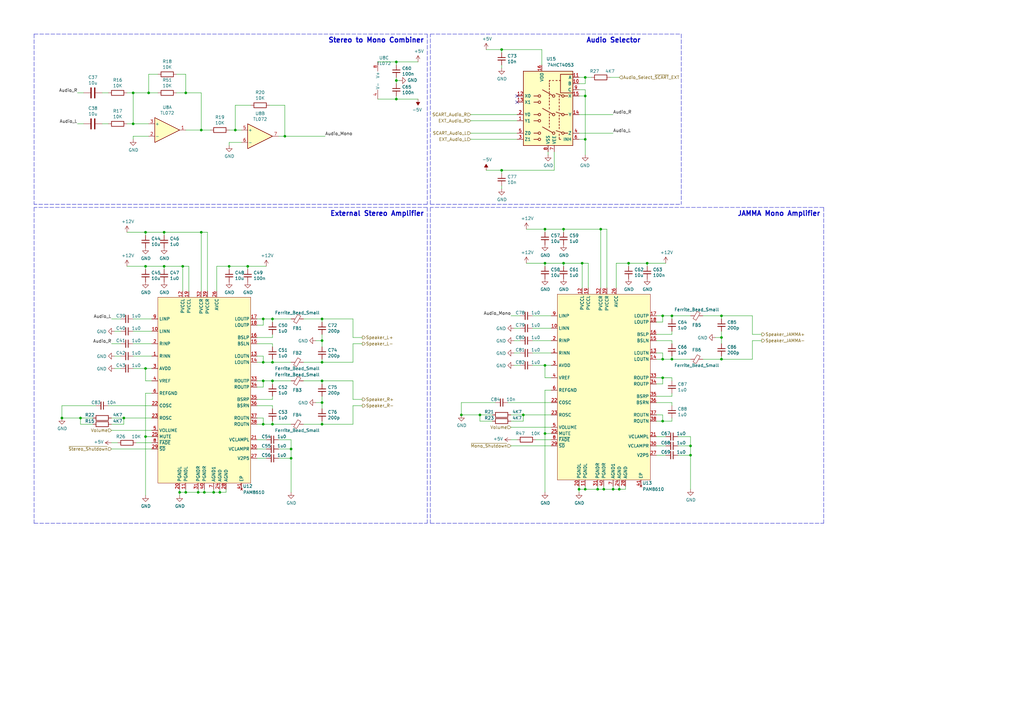
<source format=kicad_sch>
(kicad_sch (version 20200602) (host eeschema "(5.99.0-1907-g1c46bf195)")
  (page 1 4)
  (paper "A3")
  (title_block (title "JAMMA2Console") (date "2020-06-07") (rev "1.1") (company "Gold"))
  (junction (at 25.4 171.45))
  (junction (at 33.02 171.45))
  (junction (at 50.8 171.45))
  (junction (at 54.61 38.1))
  (junction (at 54.61 50.8))
  (junction (at 59.69 95.25))
  (junction (at 59.69 109.22))
  (junction (at 59.69 151.13))
  (junction (at 59.69 179.07))
  (junction (at 60.96 38.1))
  (junction (at 67.31 95.25))
  (junction (at 67.31 109.22))
  (junction (at 73.66 201.93))
  (junction (at 74.93 109.22))
  (junction (at 76.2 38.1))
  (junction (at 76.2 201.93))
  (junction (at 81.28 201.93))
  (junction (at 82.55 53.34))
  (junction (at 82.55 95.25))
  (junction (at 83.82 201.93))
  (junction (at 87.63 201.93))
  (junction (at 90.17 201.93))
  (junction (at 93.98 109.22))
  (junction (at 96.52 53.34))
  (junction (at 101.6 109.22))
  (junction (at 107.95 130.81))
  (junction (at 107.95 148.59))
  (junction (at 107.95 156.21))
  (junction (at 107.95 173.99))
  (junction (at 111.76 130.81))
  (junction (at 111.76 148.59))
  (junction (at 111.76 156.21))
  (junction (at 111.76 173.99))
  (junction (at 116.84 55.88))
  (junction (at 119.38 184.15))
  (junction (at 119.38 187.96))
  (junction (at 132.08 130.81))
  (junction (at 132.08 139.7))
  (junction (at 132.08 148.59))
  (junction (at 132.08 156.21))
  (junction (at 132.08 165.1))
  (junction (at 132.08 173.99))
  (junction (at 162.56 25.4))
  (junction (at 162.56 33.02))
  (junction (at 162.56 40.64))
  (junction (at 189.23 170.18))
  (junction (at 196.85 170.18))
  (junction (at 205.74 20.32))
  (junction (at 205.74 69.85))
  (junction (at 214.63 170.18))
  (junction (at 223.52 93.98))
  (junction (at 223.52 107.95))
  (junction (at 223.52 149.86))
  (junction (at 223.52 177.8))
  (junction (at 231.14 93.98))
  (junction (at 231.14 107.95))
  (junction (at 237.49 200.66))
  (junction (at 238.76 107.95))
  (junction (at 240.03 31.75))
  (junction (at 240.03 39.37))
  (junction (at 240.03 57.15))
  (junction (at 240.03 200.66))
  (junction (at 245.11 200.66))
  (junction (at 246.38 93.98))
  (junction (at 247.65 200.66))
  (junction (at 251.46 200.66))
  (junction (at 254 200.66))
  (junction (at 257.81 107.95))
  (junction (at 265.43 107.95))
  (junction (at 271.78 129.54))
  (junction (at 271.78 147.32))
  (junction (at 271.78 154.94))
  (junction (at 271.78 172.72))
  (junction (at 275.59 129.54))
  (junction (at 275.59 147.32))
  (junction (at 283.21 182.88))
  (junction (at 283.21 186.69))
  (junction (at 295.91 129.54))
  (junction (at 295.91 138.43))
  (junction (at 295.91 147.32))
  (no_connect (at 212.09 39.37))
  (no_connect (at 212.09 41.91))
  (wire (pts (xy 25.4 166.37) (xy 25.4 171.45)))
  (wire (pts (xy 25.4 171.45) (xy 33.02 171.45)))
  (wire (pts (xy 31.75 38.1) (xy 34.29 38.1)))
  (wire (pts (xy 31.75 50.8) (xy 34.29 50.8)))
  (wire (pts (xy 33.02 171.45) (xy 38.1 171.45)))
  (wire (pts (xy 33.02 173.99) (xy 33.02 171.45)))
  (wire (pts (xy 38.1 173.99) (xy 33.02 173.99)))
  (wire (pts (xy 39.37 166.37) (xy 25.4 166.37)))
  (wire (pts (xy 41.91 38.1) (xy 44.45 38.1)))
  (wire (pts (xy 41.91 50.8) (xy 44.45 50.8)))
  (wire (pts (xy 44.45 166.37) (xy 62.23 166.37)))
  (wire (pts (xy 45.72 130.81) (xy 49.53 130.81)))
  (wire (pts (xy 45.72 140.97) (xy 49.53 140.97)))
  (wire (pts (xy 45.72 171.45) (xy 50.8 171.45)))
  (wire (pts (xy 45.72 173.99) (xy 50.8 173.99)))
  (wire (pts (xy 45.72 176.53) (xy 62.23 176.53)))
  (wire (pts (xy 45.72 181.61) (xy 48.26 181.61)))
  (wire (pts (xy 45.72 184.15) (xy 62.23 184.15)))
  (wire (pts (xy 46.99 135.89) (xy 49.53 135.89)))
  (wire (pts (xy 46.99 146.05) (xy 49.53 146.05)))
  (wire (pts (xy 46.99 151.13) (xy 49.53 151.13)))
  (wire (pts (xy 50.8 171.45) (xy 62.23 171.45)))
  (wire (pts (xy 50.8 173.99) (xy 50.8 171.45)))
  (wire (pts (xy 52.07 38.1) (xy 54.61 38.1)))
  (wire (pts (xy 52.07 95.25) (xy 59.69 95.25)))
  (wire (pts (xy 52.07 109.22) (xy 59.69 109.22)))
  (wire (pts (xy 54.61 38.1) (xy 54.61 50.8)))
  (wire (pts (xy 54.61 38.1) (xy 60.96 38.1)))
  (wire (pts (xy 54.61 50.8) (xy 52.07 50.8)))
  (wire (pts (xy 54.61 50.8) (xy 60.96 50.8)))
  (wire (pts (xy 54.61 55.88) (xy 54.61 57.15)))
  (wire (pts (xy 54.61 130.81) (xy 62.23 130.81)))
  (wire (pts (xy 54.61 135.89) (xy 62.23 135.89)))
  (wire (pts (xy 54.61 140.97) (xy 62.23 140.97)))
  (wire (pts (xy 54.61 146.05) (xy 62.23 146.05)))
  (wire (pts (xy 54.61 151.13) (xy 59.69 151.13)))
  (wire (pts (xy 55.88 181.61) (xy 62.23 181.61)))
  (wire (pts (xy 59.69 95.25) (xy 67.31 95.25)))
  (wire (pts (xy 59.69 96.52) (xy 59.69 95.25)))
  (wire (pts (xy 59.69 109.22) (xy 67.31 109.22)))
  (wire (pts (xy 59.69 110.49) (xy 59.69 109.22)))
  (wire (pts (xy 59.69 151.13) (xy 59.69 156.21)))
  (wire (pts (xy 59.69 151.13) (xy 62.23 151.13)))
  (wire (pts (xy 59.69 156.21) (xy 62.23 156.21)))
  (wire (pts (xy 59.69 161.29) (xy 62.23 161.29)))
  (wire (pts (xy 59.69 179.07) (xy 59.69 161.29)))
  (wire (pts (xy 59.69 179.07) (xy 62.23 179.07)))
  (wire (pts (xy 59.69 203.2) (xy 59.69 179.07)))
  (wire (pts (xy 60.96 30.48) (xy 60.96 38.1)))
  (wire (pts (xy 60.96 38.1) (xy 64.77 38.1)))
  (wire (pts (xy 60.96 55.88) (xy 54.61 55.88)))
  (wire (pts (xy 64.77 30.48) (xy 60.96 30.48)))
  (wire (pts (xy 67.31 95.25) (xy 82.55 95.25)))
  (wire (pts (xy 67.31 96.52) (xy 67.31 95.25)))
  (wire (pts (xy 67.31 109.22) (xy 74.93 109.22)))
  (wire (pts (xy 67.31 110.49) (xy 67.31 109.22)))
  (wire (pts (xy 72.39 30.48) (xy 76.2 30.48)))
  (wire (pts (xy 73.66 200.66) (xy 73.66 201.93)))
  (wire (pts (xy 73.66 201.93) (xy 73.66 203.2)))
  (wire (pts (xy 74.93 109.22) (xy 74.93 119.38)))
  (wire (pts (xy 74.93 109.22) (xy 77.47 109.22)))
  (wire (pts (xy 76.2 30.48) (xy 76.2 38.1)))
  (wire (pts (xy 76.2 38.1) (xy 72.39 38.1)))
  (wire (pts (xy 76.2 53.34) (xy 82.55 53.34)))
  (wire (pts (xy 76.2 200.66) (xy 76.2 201.93)))
  (wire (pts (xy 76.2 201.93) (xy 73.66 201.93)))
  (wire (pts (xy 77.47 109.22) (xy 77.47 119.38)))
  (wire (pts (xy 81.28 200.66) (xy 81.28 201.93)))
  (wire (pts (xy 81.28 201.93) (xy 76.2 201.93)))
  (wire (pts (xy 82.55 38.1) (xy 76.2 38.1)))
  (wire (pts (xy 82.55 53.34) (xy 82.55 38.1)))
  (wire (pts (xy 82.55 53.34) (xy 86.36 53.34)))
  (wire (pts (xy 82.55 95.25) (xy 82.55 119.38)))
  (wire (pts (xy 82.55 95.25) (xy 85.09 95.25)))
  (wire (pts (xy 83.82 200.66) (xy 83.82 201.93)))
  (wire (pts (xy 83.82 201.93) (xy 81.28 201.93)))
  (wire (pts (xy 85.09 95.25) (xy 85.09 119.38)))
  (wire (pts (xy 87.63 200.66) (xy 87.63 201.93)))
  (wire (pts (xy 87.63 201.93) (xy 83.82 201.93)))
  (wire (pts (xy 88.9 109.22) (xy 88.9 119.38)))
  (wire (pts (xy 90.17 200.66) (xy 90.17 201.93)))
  (wire (pts (xy 90.17 201.93) (xy 87.63 201.93)))
  (wire (pts (xy 92.71 200.66) (xy 92.71 201.93)))
  (wire (pts (xy 92.71 201.93) (xy 90.17 201.93)))
  (wire (pts (xy 93.98 53.34) (xy 96.52 53.34)))
  (wire (pts (xy 93.98 58.42) (xy 93.98 59.69)))
  (wire (pts (xy 93.98 109.22) (xy 88.9 109.22)))
  (wire (pts (xy 93.98 110.49) (xy 93.98 109.22)))
  (wire (pts (xy 96.52 43.18) (xy 102.87 43.18)))
  (wire (pts (xy 96.52 53.34) (xy 96.52 43.18)))
  (wire (pts (xy 96.52 53.34) (xy 99.06 53.34)))
  (wire (pts (xy 99.06 58.42) (xy 93.98 58.42)))
  (wire (pts (xy 101.6 109.22) (xy 93.98 109.22)))
  (wire (pts (xy 101.6 109.22) (xy 109.22 109.22)))
  (wire (pts (xy 101.6 110.49) (xy 101.6 109.22)))
  (wire (pts (xy 105.41 130.81) (xy 107.95 130.81)))
  (wire (pts (xy 105.41 138.43) (xy 111.76 138.43)))
  (wire (pts (xy 105.41 140.97) (xy 111.76 140.97)))
  (wire (pts (xy 105.41 146.05) (xy 107.95 146.05)))
  (wire (pts (xy 105.41 156.21) (xy 107.95 156.21)))
  (wire (pts (xy 105.41 163.83) (xy 111.76 163.83)))
  (wire (pts (xy 105.41 166.37) (xy 111.76 166.37)))
  (wire (pts (xy 105.41 171.45) (xy 107.95 171.45)))
  (wire (pts (xy 105.41 180.34) (xy 109.22 180.34)))
  (wire (pts (xy 105.41 184.15) (xy 109.22 184.15)))
  (wire (pts (xy 105.41 187.96) (xy 109.22 187.96)))
  (wire (pts (xy 107.95 130.81) (xy 107.95 133.35)))
  (wire (pts (xy 107.95 130.81) (xy 111.76 130.81)))
  (wire (pts (xy 107.95 133.35) (xy 105.41 133.35)))
  (wire (pts (xy 107.95 146.05) (xy 107.95 148.59)))
  (wire (pts (xy 107.95 148.59) (xy 105.41 148.59)))
  (wire (pts (xy 107.95 148.59) (xy 111.76 148.59)))
  (wire (pts (xy 107.95 156.21) (xy 107.95 158.75)))
  (wire (pts (xy 107.95 156.21) (xy 111.76 156.21)))
  (wire (pts (xy 107.95 158.75) (xy 105.41 158.75)))
  (wire (pts (xy 107.95 171.45) (xy 107.95 173.99)))
  (wire (pts (xy 107.95 173.99) (xy 105.41 173.99)))
  (wire (pts (xy 107.95 173.99) (xy 111.76 173.99)))
  (wire (pts (xy 110.49 43.18) (xy 116.84 43.18)))
  (wire (pts (xy 111.76 130.81) (xy 111.76 132.08)))
  (wire (pts (xy 111.76 130.81) (xy 119.38 130.81)))
  (wire (pts (xy 111.76 137.16) (xy 111.76 138.43)))
  (wire (pts (xy 111.76 140.97) (xy 111.76 142.24)))
  (wire (pts (xy 111.76 148.59) (xy 111.76 147.32)))
  (wire (pts (xy 111.76 148.59) (xy 119.38 148.59)))
  (wire (pts (xy 111.76 156.21) (xy 111.76 157.48)))
  (wire (pts (xy 111.76 156.21) (xy 119.38 156.21)))
  (wire (pts (xy 111.76 162.56) (xy 111.76 163.83)))
  (wire (pts (xy 111.76 166.37) (xy 111.76 167.64)))
  (wire (pts (xy 111.76 173.99) (xy 111.76 172.72)))
  (wire (pts (xy 111.76 173.99) (xy 119.38 173.99)))
  (wire (pts (xy 114.3 180.34) (xy 119.38 180.34)))
  (wire (pts (xy 114.3 184.15) (xy 119.38 184.15)))
  (wire (pts (xy 114.3 187.96) (xy 119.38 187.96)))
  (wire (pts (xy 116.84 43.18) (xy 116.84 55.88)))
  (wire (pts (xy 116.84 55.88) (xy 114.3 55.88)))
  (wire (pts (xy 116.84 55.88) (xy 133.35 55.88)))
  (wire (pts (xy 119.38 180.34) (xy 119.38 184.15)))
  (wire (pts (xy 119.38 184.15) (xy 119.38 187.96)))
  (wire (pts (xy 119.38 187.96) (xy 119.38 201.93)))
  (wire (pts (xy 124.46 130.81) (xy 132.08 130.81)))
  (wire (pts (xy 124.46 148.59) (xy 132.08 148.59)))
  (wire (pts (xy 124.46 156.21) (xy 132.08 156.21)))
  (wire (pts (xy 124.46 173.99) (xy 132.08 173.99)))
  (wire (pts (xy 129.54 139.7) (xy 132.08 139.7)))
  (wire (pts (xy 129.54 165.1) (xy 132.08 165.1)))
  (wire (pts (xy 132.08 130.81) (xy 132.08 132.08)))
  (wire (pts (xy 132.08 130.81) (xy 144.78 130.81)))
  (wire (pts (xy 132.08 137.16) (xy 132.08 139.7)))
  (wire (pts (xy 132.08 139.7) (xy 132.08 142.24)))
  (wire (pts (xy 132.08 148.59) (xy 132.08 147.32)))
  (wire (pts (xy 132.08 148.59) (xy 144.78 148.59)))
  (wire (pts (xy 132.08 156.21) (xy 132.08 157.48)))
  (wire (pts (xy 132.08 156.21) (xy 144.78 156.21)))
  (wire (pts (xy 132.08 162.56) (xy 132.08 165.1)))
  (wire (pts (xy 132.08 165.1) (xy 132.08 167.64)))
  (wire (pts (xy 132.08 173.99) (xy 132.08 172.72)))
  (wire (pts (xy 132.08 173.99) (xy 144.78 173.99)))
  (wire (pts (xy 144.78 130.81) (xy 144.78 138.43)))
  (wire (pts (xy 144.78 138.43) (xy 148.59 138.43)))
  (wire (pts (xy 144.78 140.97) (xy 148.59 140.97)))
  (wire (pts (xy 144.78 148.59) (xy 144.78 140.97)))
  (wire (pts (xy 144.78 156.21) (xy 144.78 163.83)))
  (wire (pts (xy 144.78 163.83) (xy 148.59 163.83)))
  (wire (pts (xy 144.78 166.37) (xy 148.59 166.37)))
  (wire (pts (xy 144.78 173.99) (xy 144.78 166.37)))
  (wire (pts (xy 154.94 40.64) (xy 162.56 40.64)))
  (wire (pts (xy 162.56 25.4) (xy 154.94 25.4)))
  (wire (pts (xy 162.56 25.4) (xy 162.56 26.67)))
  (wire (pts (xy 162.56 25.4) (xy 171.45 25.4)))
  (wire (pts (xy 162.56 31.75) (xy 162.56 33.02)))
  (wire (pts (xy 162.56 33.02) (xy 162.56 34.29)))
  (wire (pts (xy 162.56 33.02) (xy 163.83 33.02)))
  (wire (pts (xy 162.56 40.64) (xy 162.56 39.37)))
  (wire (pts (xy 162.56 40.64) (xy 171.45 40.64)))
  (wire (pts (xy 189.23 165.1) (xy 189.23 170.18)))
  (wire (pts (xy 189.23 170.18) (xy 196.85 170.18)))
  (wire (pts (xy 193.04 46.99) (xy 212.09 46.99)))
  (wire (pts (xy 193.04 49.53) (xy 212.09 49.53)))
  (wire (pts (xy 193.04 54.61) (xy 212.09 54.61)))
  (wire (pts (xy 193.04 57.15) (xy 212.09 57.15)))
  (wire (pts (xy 196.85 170.18) (xy 196.85 172.72)))
  (wire (pts (xy 196.85 170.18) (xy 201.93 170.18)))
  (wire (pts (xy 199.39 20.32) (xy 205.74 20.32)))
  (wire (pts (xy 199.39 69.85) (xy 205.74 69.85)))
  (wire (pts (xy 201.93 172.72) (xy 196.85 172.72)))
  (wire (pts (xy 203.2 165.1) (xy 189.23 165.1)))
  (wire (pts (xy 205.74 20.32) (xy 205.74 21.59)))
  (wire (pts (xy 205.74 20.32) (xy 222.25 20.32)))
  (wire (pts (xy 205.74 26.67) (xy 205.74 27.94)))
  (wire (pts (xy 205.74 69.85) (xy 205.74 71.12)))
  (wire (pts (xy 205.74 69.85) (xy 227.33 69.85)))
  (wire (pts (xy 205.74 76.2) (xy 205.74 77.47)))
  (wire (pts (xy 208.28 165.1) (xy 226.06 165.1)))
  (wire (pts (xy 209.55 129.54) (xy 213.36 129.54)))
  (wire (pts (xy 209.55 170.18) (xy 214.63 170.18)))
  (wire (pts (xy 209.55 172.72) (xy 214.63 172.72)))
  (wire (pts (xy 209.55 175.26) (xy 226.06 175.26)))
  (wire (pts (xy 209.55 180.34) (xy 212.09 180.34)))
  (wire (pts (xy 209.55 182.88) (xy 226.06 182.88)))
  (wire (pts (xy 210.82 134.62) (xy 213.36 134.62)))
  (wire (pts (xy 210.82 144.78) (xy 213.36 144.78)))
  (wire (pts (xy 210.82 149.86) (xy 213.36 149.86)))
  (wire (pts (xy 213.36 139.7) (xy 210.82 139.7)))
  (wire (pts (xy 214.63 170.18) (xy 214.63 172.72)))
  (wire (pts (xy 214.63 170.18) (xy 226.06 170.18)))
  (wire (pts (xy 215.9 93.98) (xy 223.52 93.98)))
  (wire (pts (xy 215.9 107.95) (xy 223.52 107.95)))
  (wire (pts (xy 218.44 129.54) (xy 226.06 129.54)))
  (wire (pts (xy 218.44 134.62) (xy 226.06 134.62)))
  (wire (pts (xy 218.44 139.7) (xy 226.06 139.7)))
  (wire (pts (xy 218.44 144.78) (xy 226.06 144.78)))
  (wire (pts (xy 218.44 149.86) (xy 223.52 149.86)))
  (wire (pts (xy 219.71 180.34) (xy 226.06 180.34)))
  (wire (pts (xy 222.25 20.32) (xy 222.25 26.67)))
  (wire (pts (xy 223.52 93.98) (xy 231.14 93.98)))
  (wire (pts (xy 223.52 95.25) (xy 223.52 93.98)))
  (wire (pts (xy 223.52 107.95) (xy 231.14 107.95)))
  (wire (pts (xy 223.52 109.22) (xy 223.52 107.95)))
  (wire (pts (xy 223.52 149.86) (xy 223.52 154.94)))
  (wire (pts (xy 223.52 149.86) (xy 226.06 149.86)))
  (wire (pts (xy 223.52 154.94) (xy 226.06 154.94)))
  (wire (pts (xy 223.52 160.02) (xy 226.06 160.02)))
  (wire (pts (xy 223.52 177.8) (xy 223.52 160.02)))
  (wire (pts (xy 223.52 177.8) (xy 226.06 177.8)))
  (wire (pts (xy 223.52 201.93) (xy 223.52 177.8)))
  (wire (pts (xy 224.79 62.23) (xy 224.79 63.5)))
  (wire (pts (xy 227.33 69.85) (xy 227.33 62.23)))
  (wire (pts (xy 231.14 93.98) (xy 246.38 93.98)))
  (wire (pts (xy 231.14 95.25) (xy 231.14 93.98)))
  (wire (pts (xy 231.14 107.95) (xy 238.76 107.95)))
  (wire (pts (xy 231.14 109.22) (xy 231.14 107.95)))
  (wire (pts (xy 237.49 31.75) (xy 240.03 31.75)))
  (wire (pts (xy 237.49 34.29) (xy 240.03 34.29)))
  (wire (pts (xy 237.49 36.83) (xy 240.03 36.83)))
  (wire (pts (xy 237.49 39.37) (xy 240.03 39.37)))
  (wire (pts (xy 237.49 54.61) (xy 251.46 54.61)))
  (wire (pts (xy 237.49 57.15) (xy 240.03 57.15)))
  (wire (pts (xy 237.49 199.39) (xy 237.49 200.66)))
  (wire (pts (xy 237.49 200.66) (xy 237.49 201.93)))
  (wire (pts (xy 238.76 107.95) (xy 238.76 118.11)))
  (wire (pts (xy 238.76 107.95) (xy 241.3 107.95)))
  (wire (pts (xy 240.03 31.75) (xy 240.03 34.29)))
  (wire (pts (xy 240.03 31.75) (xy 242.57 31.75)))
  (wire (pts (xy 240.03 36.83) (xy 240.03 39.37)))
  (wire (pts (xy 240.03 39.37) (xy 240.03 57.15)))
  (wire (pts (xy 240.03 63.5) (xy 240.03 57.15)))
  (wire (pts (xy 240.03 199.39) (xy 240.03 200.66)))
  (wire (pts (xy 240.03 200.66) (xy 237.49 200.66)))
  (wire (pts (xy 241.3 107.95) (xy 241.3 118.11)))
  (wire (pts (xy 245.11 199.39) (xy 245.11 200.66)))
  (wire (pts (xy 245.11 200.66) (xy 240.03 200.66)))
  (wire (pts (xy 246.38 93.98) (xy 246.38 118.11)))
  (wire (pts (xy 246.38 93.98) (xy 248.92 93.98)))
  (wire (pts (xy 247.65 199.39) (xy 247.65 200.66)))
  (wire (pts (xy 247.65 200.66) (xy 245.11 200.66)))
  (wire (pts (xy 248.92 93.98) (xy 248.92 118.11)))
  (wire (pts (xy 250.19 31.75) (xy 254 31.75)))
  (wire (pts (xy 251.46 46.99) (xy 237.49 46.99)))
  (wire (pts (xy 251.46 199.39) (xy 251.46 200.66)))
  (wire (pts (xy 251.46 200.66) (xy 247.65 200.66)))
  (wire (pts (xy 252.73 107.95) (xy 252.73 118.11)))
  (wire (pts (xy 254 199.39) (xy 254 200.66)))
  (wire (pts (xy 254 200.66) (xy 251.46 200.66)))
  (wire (pts (xy 256.54 199.39) (xy 256.54 200.66)))
  (wire (pts (xy 256.54 200.66) (xy 254 200.66)))
  (wire (pts (xy 257.81 107.95) (xy 252.73 107.95)))
  (wire (pts (xy 257.81 109.22) (xy 257.81 107.95)))
  (wire (pts (xy 265.43 107.95) (xy 257.81 107.95)))
  (wire (pts (xy 265.43 107.95) (xy 273.05 107.95)))
  (wire (pts (xy 265.43 109.22) (xy 265.43 107.95)))
  (wire (pts (xy 269.24 129.54) (xy 271.78 129.54)))
  (wire (pts (xy 269.24 137.16) (xy 275.59 137.16)))
  (wire (pts (xy 269.24 139.7) (xy 275.59 139.7)))
  (wire (pts (xy 269.24 144.78) (xy 271.78 144.78)))
  (wire (pts (xy 269.24 154.94) (xy 271.78 154.94)))
  (wire (pts (xy 269.24 162.56) (xy 275.59 162.56)))
  (wire (pts (xy 269.24 165.1) (xy 275.59 165.1)))
  (wire (pts (xy 269.24 170.18) (xy 271.78 170.18)))
  (wire (pts (xy 269.24 179.07) (xy 273.05 179.07)))
  (wire (pts (xy 269.24 182.88) (xy 273.05 182.88)))
  (wire (pts (xy 269.24 186.69) (xy 273.05 186.69)))
  (wire (pts (xy 271.78 129.54) (xy 271.78 132.08)))
  (wire (pts (xy 271.78 129.54) (xy 275.59 129.54)))
  (wire (pts (xy 271.78 132.08) (xy 269.24 132.08)))
  (wire (pts (xy 271.78 144.78) (xy 271.78 147.32)))
  (wire (pts (xy 271.78 147.32) (xy 269.24 147.32)))
  (wire (pts (xy 271.78 147.32) (xy 275.59 147.32)))
  (wire (pts (xy 271.78 154.94) (xy 271.78 157.48)))
  (wire (pts (xy 271.78 154.94) (xy 275.59 154.94)))
  (wire (pts (xy 271.78 157.48) (xy 269.24 157.48)))
  (wire (pts (xy 271.78 170.18) (xy 271.78 172.72)))
  (wire (pts (xy 271.78 172.72) (xy 269.24 172.72)))
  (wire (pts (xy 271.78 172.72) (xy 275.59 172.72)))
  (wire (pts (xy 275.59 129.54) (xy 275.59 130.81)))
  (wire (pts (xy 275.59 129.54) (xy 283.21 129.54)))
  (wire (pts (xy 275.59 135.89) (xy 275.59 137.16)))
  (wire (pts (xy 275.59 139.7) (xy 275.59 140.97)))
  (wire (pts (xy 275.59 147.32) (xy 275.59 146.05)))
  (wire (pts (xy 275.59 147.32) (xy 283.21 147.32)))
  (wire (pts (xy 275.59 154.94) (xy 275.59 156.21)))
  (wire (pts (xy 275.59 161.29) (xy 275.59 162.56)))
  (wire (pts (xy 275.59 165.1) (xy 275.59 166.37)))
  (wire (pts (xy 275.59 172.72) (xy 275.59 171.45)))
  (wire (pts (xy 278.13 179.07) (xy 283.21 179.07)))
  (wire (pts (xy 278.13 182.88) (xy 283.21 182.88)))
  (wire (pts (xy 278.13 186.69) (xy 283.21 186.69)))
  (wire (pts (xy 283.21 179.07) (xy 283.21 182.88)))
  (wire (pts (xy 283.21 182.88) (xy 283.21 186.69)))
  (wire (pts (xy 283.21 186.69) (xy 283.21 200.66)))
  (wire (pts (xy 288.29 129.54) (xy 295.91 129.54)))
  (wire (pts (xy 288.29 147.32) (xy 295.91 147.32)))
  (wire (pts (xy 293.37 138.43) (xy 295.91 138.43)))
  (wire (pts (xy 295.91 129.54) (xy 295.91 130.81)))
  (wire (pts (xy 295.91 129.54) (xy 308.61 129.54)))
  (wire (pts (xy 295.91 135.89) (xy 295.91 138.43)))
  (wire (pts (xy 295.91 138.43) (xy 295.91 140.97)))
  (wire (pts (xy 295.91 147.32) (xy 295.91 146.05)))
  (wire (pts (xy 295.91 147.32) (xy 308.61 147.32)))
  (wire (pts (xy 308.61 129.54) (xy 308.61 137.16)))
  (wire (pts (xy 308.61 137.16) (xy 312.42 137.16)))
  (wire (pts (xy 308.61 139.7) (xy 312.42 139.7)))
  (wire (pts (xy 308.61 147.32) (xy 308.61 139.7)))
  (polyline (pts (xy 13.97 13.97) (xy 13.97 83.82)) (stroke (width 0) (type dash)))
  (polyline (pts (xy 13.97 13.97) (xy 175.26 13.97)) (stroke (width 0) (type dash)))
  (polyline (pts (xy 13.97 85.09) (xy 13.97 214.63)) (stroke (width 0) (type dash)))
  (polyline (pts (xy 13.97 214.63) (xy 175.26 214.63)) (stroke (width 0) (type dash)))
  (polyline (pts (xy 175.26 13.97) (xy 175.26 83.82)) (stroke (width 0) (type dash)))
  (polyline (pts (xy 175.26 83.82) (xy 13.97 83.82)) (stroke (width 0) (type dash)))
  (polyline (pts (xy 175.26 85.09) (xy 13.97 85.09)) (stroke (width 0) (type dash)))
  (polyline (pts (xy 175.26 85.09) (xy 175.26 214.63)) (stroke (width 0) (type dash)))
  (polyline (pts (xy 176.53 13.97) (xy 279.4 13.97)) (stroke (width 0) (type dash)))
  (polyline (pts (xy 176.53 83.82) (xy 176.53 13.97)) (stroke (width 0) (type dash)))
  (polyline (pts (xy 176.53 83.82) (xy 279.4 83.82)) (stroke (width 0) (type dash)))
  (polyline (pts (xy 176.53 85.09) (xy 176.53 214.63)) (stroke (width 0) (type dash)))
  (polyline (pts (xy 176.53 214.63) (xy 337.82 214.63)) (stroke (width 0) (type dash)))
  (polyline (pts (xy 279.4 13.97) (xy 279.4 83.82)) (stroke (width 0) (type dash)))
  (polyline (pts (xy 337.82 85.09) (xy 176.53 85.09)) (stroke (width 0) (type dash)))
  (polyline (pts (xy 337.82 85.09) (xy 337.82 214.63)) (stroke (width 0) (type dash)))
  (text "Stereo to Mono Combiner" (at 173.99 17.78 180) (effects (font (size 2.0066 2.0066) (thickness 0.4013) bold) (justify right bottom)))
  (text "External Stereo Amplifier" (at 173.99 88.9 180) (effects (font (size 2.007 2.007) (thickness 0.4014) bold) (justify right bottom)))
  (text "Audio Selector" (at 262.89 17.78 180) (effects (font (size 2.0066 2.0066) (thickness 0.4013) bold) (justify right bottom)))
  (text "JAMMA Mono Amplifier" (at 336.55 88.9 180) (effects (font (size 2.007 2.007) (thickness 0.4014) bold) (justify right bottom)))
  (label "Audio_R" (at 31.75 38.1 180))
  (label "Audio_L" (at 31.75 50.8 180))
  (label "Audio_L" (at 45.72 130.81 180))
  (label "Audio_R" (at 45.72 140.97 180))
  (label "Audio_Mono" (at 133.35 55.88 0))
  (label "Audio_Mono" (at 209.55 129.54 180))
  (label "Audio_R" (at 251.46 46.99 0))
  (label "Audio_L" (at 251.46 54.61 0))
  (hierarchical_label "Volume" (shape input) (at 45.72 176.53 180))
  (hierarchical_label "~Stereo_Shutdown~" (shape input) (at 45.72 184.15 180))
  (hierarchical_label "Speaker_L+" (shape output) (at 148.59 138.43 0))
  (hierarchical_label "Speaker_L-" (shape output) (at 148.59 140.97 0))
  (hierarchical_label "Speaker_R+" (shape output) (at 148.59 163.83 0))
  (hierarchical_label "Speaker_R-" (shape output) (at 148.59 166.37 0))
  (hierarchical_label "SCART_Audio_R" (shape input) (at 193.04 46.99 180))
  (hierarchical_label "EXT_Audio_R" (shape input) (at 193.04 49.53 180))
  (hierarchical_label "SCART_Audio_L" (shape input) (at 193.04 54.61 180))
  (hierarchical_label "EXT_Audio_L" (shape input) (at 193.04 57.15 180))
  (hierarchical_label "Volume" (shape input) (at 209.55 175.26 180))
  (hierarchical_label "~Mono_Shutdown~" (shape input) (at 209.55 182.88 180))
  (hierarchical_label "Audio_Select_~SCART~_EXT" (shape input) (at 254 31.75 0))
  (hierarchical_label "Speaker_JAMMA+" (shape output) (at 312.42 137.16 0))
  (hierarchical_label "Speaker_JAMMA-" (shape output) (at 312.42 139.7 0))
  (symbol (lib_id "power:+5V") (at 45.72 181.61 90) (unit 1)
    (property "Reference" "#PWR0174" (effects hide))
    (property "Value" "+5V" (at 42.545 181.2417 90) (effects (justify left)))
  )
  (symbol (lib_id "power:+12V") (at 52.07 95.25 0) (unit 1)
    (property "Reference" "#PWR0109" (effects hide))
    (property "Value" "+12V" (at 52.451 90.8558 0))
  )
  (symbol (lib_id "power:+12V") (at 52.07 109.22 0) (unit 1)
    (property "Reference" "#PWR0110" (effects hide))
    (property "Value" "+12V" (at 52.451 104.8258 0))
  )
  (symbol (lib_id "power:+12V") (at 109.22 109.22 0) (unit 1)
    (property "Reference" "#PWR0111" (effects hide))
    (property "Value" "+12V" (at 109.601 104.8258 0))
  )
  (symbol (lib_id "power:+5V") (at 171.45 25.4 0) (unit 1)
    (property "Reference" "#PWR0124" (effects hide))
    (property "Value" "+5V" (at 171.831 21.0058 0))
  )
  (symbol (lib_id "power:-5V") (at 171.45 40.64 180) (unit 1)
    (property "Reference" "#PWR0143" (effects hide))
    (property "Value" "-5V" (at 171.069 45.0342 0))
  )
  (symbol (lib_id "power:+5V") (at 199.39 20.32 0) (unit 1)
    (property "Reference" "#PWR0125" (effects hide))
    (property "Value" "+5V" (at 199.771 15.9258 0))
  )
  (symbol (lib_id "power:-5V") (at 199.39 69.85 0) (unit 1)
    (property "Reference" "#PWR0126" (effects hide))
    (property "Value" "-5V" (at 199.771 65.4558 0))
  )
  (symbol (lib_id "power:+5V") (at 209.55 180.34 90) (unit 1)
    (property "Reference" "#PWR0176" (effects hide))
    (property "Value" "+5V" (at 206.375 179.9717 90) (effects (justify left)))
  )
  (symbol (lib_id "power:+12V") (at 215.9 93.98 0) (unit 1)
    (property "Reference" "#PWR0118" (effects hide))
    (property "Value" "+12V" (at 216.281 89.5858 0))
  )
  (symbol (lib_id "power:+12V") (at 215.9 107.95 0) (unit 1)
    (property "Reference" "#PWR0119" (effects hide))
    (property "Value" "+12V" (at 216.281 103.5558 0))
  )
  (symbol (lib_id "power:+12V") (at 273.05 107.95 0) (unit 1)
    (property "Reference" "#PWR0121" (effects hide))
    (property "Value" "+12V" (at 273.431 103.5558 0))
  )
  (symbol (lib_id "power:GND") (at 25.4 171.45 0) (unit 1)
    (property "Reference" "#PWR0175" (effects hide))
    (property "Value" "GND" (at 25.5143 175.7744 0))
  )
  (symbol (lib_id "power:GND") (at 46.99 135.89 270) (unit 1)
    (property "Reference" "#PWR0161" (effects hide))
    (property "Value" "GND" (at 43.7388 136.017 90) (effects (justify right)))
  )
  (symbol (lib_id "power:GND") (at 46.99 146.05 270) (unit 1)
    (property "Reference" "#PWR0162" (effects hide))
    (property "Value" "GND" (at 43.7388 146.177 90) (effects (justify right)))
  )
  (symbol (lib_id "power:GND") (at 46.99 151.13 270) (unit 1)
    (property "Reference" "#PWR0163" (effects hide))
    (property "Value" "GND" (at 43.7388 151.257 90) (effects (justify right)))
  )
  (symbol (lib_id "power:GND") (at 54.61 57.15 0) (unit 1)
    (property "Reference" "#PWR0101" (effects hide))
    (property "Value" "GND" (at 54.737 61.5442 0))
  )
  (symbol (lib_id "power:GND") (at 59.69 101.6 0) (unit 1)
    (property "Reference" "#PWR0102" (effects hide))
    (property "Value" "GND" (at 59.817 105.9942 0))
  )
  (symbol (lib_id "power:GND") (at 59.69 115.57 0) (unit 1)
    (property "Reference" "#PWR0105" (effects hide))
    (property "Value" "GND" (at 59.817 119.9642 0))
  )
  (symbol (lib_id "power:GND") (at 59.69 203.2 0) (unit 1)
    (property "Reference" "#PWR0164" (effects hide))
    (property "Value" "GND" (at 59.817 207.5942 0))
  )
  (symbol (lib_id "power:GND") (at 67.31 101.6 0) (unit 1)
    (property "Reference" "#PWR0104" (effects hide))
    (property "Value" "GND" (at 67.437 105.9942 0))
  )
  (symbol (lib_id "power:GND") (at 67.31 115.57 0) (unit 1)
    (property "Reference" "#PWR0106" (effects hide))
    (property "Value" "GND" (at 67.437 119.9642 0))
  )
  (symbol (lib_id "power:GND") (at 73.66 203.2 0) (unit 1)
    (property "Reference" "#PWR0123" (effects hide))
    (property "Value" "GND" (at 73.787 207.5942 0))
  )
  (symbol (lib_id "power:GND") (at 93.98 59.69 0) (unit 1)
    (property "Reference" "#PWR0103" (effects hide))
    (property "Value" "GND" (at 94.107 64.0842 0))
  )
  (symbol (lib_id "power:GND") (at 93.98 115.57 0) (unit 1)
    (property "Reference" "#PWR0107" (effects hide))
    (property "Value" "GND" (at 94.107 119.9642 0))
  )
  (symbol (lib_id "power:GND") (at 101.6 115.57 0) (unit 1)
    (property "Reference" "#PWR0108" (effects hide))
    (property "Value" "GND" (at 101.727 119.9642 0))
  )
  (symbol (lib_id "power:GND") (at 119.38 201.93 0) (unit 1)
    (property "Reference" "#PWR0122" (effects hide))
    (property "Value" "GND" (at 119.507 206.3242 0))
  )
  (symbol (lib_id "power:GND") (at 129.54 139.7 270) (unit 1)
    (property "Reference" "#PWR0165" (effects hide))
    (property "Value" "GND" (at 126.365 139.8143 90) (effects (justify right)))
  )
  (symbol (lib_id "power:GND") (at 129.54 165.1 270) (unit 1)
    (property "Reference" "#PWR0170" (effects hide))
    (property "Value" "GND" (at 126.365 165.2143 90) (effects (justify right)))
  )
  (symbol (lib_id "power:GND") (at 163.83 33.02 90) (unit 1)
    (property "Reference" "#PWR0120" (effects hide))
    (property "Value" "GND" (at 167.0812 32.893 90) (effects (justify right)))
  )
  (symbol (lib_id "power:GND") (at 189.23 170.18 0) (unit 1)
    (property "Reference" "#PWR0171" (effects hide))
    (property "Value" "GND" (at 189.3443 174.5044 0))
  )
  (symbol (lib_id "power:GND") (at 205.74 27.94 0) (unit 1)
    (property "Reference" "#PWR0129" (effects hide))
    (property "Value" "GND" (at 205.867 32.3342 0))
  )
  (symbol (lib_id "power:GND") (at 205.74 77.47 0) (unit 1)
    (property "Reference" "#PWR0130" (effects hide))
    (property "Value" "GND" (at 205.867 81.8642 0))
  )
  (symbol (lib_id "power:GND") (at 210.82 134.62 270) (unit 1)
    (property "Reference" "#PWR0166" (effects hide))
    (property "Value" "GND" (at 207.5688 134.747 90) (effects (justify right)))
  )
  (symbol (lib_id "power:GND") (at 210.82 139.7 270) (unit 1)
    (property "Reference" "#PWR0167" (effects hide))
    (property "Value" "GND" (at 207.5688 139.827 90) (effects (justify right)))
  )
  (symbol (lib_id "power:GND") (at 210.82 144.78 270) (unit 1)
    (property "Reference" "#PWR0168" (effects hide))
    (property "Value" "GND" (at 207.5688 144.907 90) (effects (justify right)))
  )
  (symbol (lib_id "power:GND") (at 210.82 149.86 270) (unit 1)
    (property "Reference" "#PWR0169" (effects hide))
    (property "Value" "GND" (at 207.5688 149.987 90) (effects (justify right)))
  )
  (symbol (lib_id "power:GND") (at 223.52 100.33 0) (unit 1)
    (property "Reference" "#PWR0112" (effects hide))
    (property "Value" "GND" (at 223.647 104.7242 0))
  )
  (symbol (lib_id "power:GND") (at 223.52 114.3 0) (unit 1)
    (property "Reference" "#PWR0114" (effects hide))
    (property "Value" "GND" (at 223.647 118.6942 0))
  )
  (symbol (lib_id "power:GND") (at 223.52 201.93 0) (unit 1)
    (property "Reference" "#PWR0173" (effects hide))
    (property "Value" "GND" (at 223.647 206.3242 0))
  )
  (symbol (lib_id "power:GND") (at 224.79 63.5 0) (unit 1)
    (property "Reference" "#PWR0131" (effects hide))
    (property "Value" "GND" (at 224.917 67.8942 0))
  )
  (symbol (lib_id "power:GND") (at 231.14 100.33 0) (unit 1)
    (property "Reference" "#PWR0113" (effects hide))
    (property "Value" "GND" (at 231.267 104.7242 0))
  )
  (symbol (lib_id "power:GND") (at 231.14 114.3 0) (unit 1)
    (property "Reference" "#PWR0115" (effects hide))
    (property "Value" "GND" (at 231.267 118.6942 0))
  )
  (symbol (lib_id "power:GND") (at 237.49 201.93 0) (unit 1)
    (property "Reference" "#PWR0128" (effects hide))
    (property "Value" "GND" (at 237.617 206.3242 0))
  )
  (symbol (lib_id "power:GND") (at 240.03 63.5 0) (mirror y) (unit 1)
    (property "Reference" "#PWR0132" (effects hide))
    (property "Value" "GND" (at 239.903 67.8942 0))
  )
  (symbol (lib_id "power:GND") (at 257.81 114.3 0) (unit 1)
    (property "Reference" "#PWR0116" (effects hide))
    (property "Value" "GND" (at 257.937 118.6942 0))
  )
  (symbol (lib_id "power:GND") (at 265.43 114.3 0) (unit 1)
    (property "Reference" "#PWR0117" (effects hide))
    (property "Value" "GND" (at 265.557 118.6942 0))
  )
  (symbol (lib_id "power:GND") (at 283.21 200.66 0) (unit 1)
    (property "Reference" "#PWR0127" (effects hide))
    (property "Value" "GND" (at 283.337 205.0542 0))
  )
  (symbol (lib_id "power:GND") (at 293.37 138.43 270) (unit 1)
    (property "Reference" "#PWR0172" (effects hide))
    (property "Value" "GND" (at 290.195 138.5443 90) (effects (justify right)))
  )
  (symbol (lib_id "Device:R") (at 41.91 171.45 270) (unit 1)
    (property "Reference" "R22" (at 36.83 170.18 90))
    (property "Value" "4K7" (at 48.26 170.18 90))
    (property "Footprint" "Resistor_SMD:R_0603_1608Metric" (effects hide))
  )
  (symbol (lib_id "Device:R") (at 41.91 173.99 270) (unit 1)
    (property "Reference" "R15" (at 36.83 172.72 90))
    (property "Value" "4K7" (at 48.26 172.72 90))
    (property "Footprint" "Resistor_SMD:R_0603_1608Metric" (effects hide))
  )
  (symbol (lib_name "Device:R_1") (lib_id "Device:R") (at 48.26 38.1 270) (unit 1)
    (property "Reference" "R16" (at 48.26 32.8422 90))
    (property "Value" "10K" (at 48.26 35.1536 90))
    (property "Footprint" "Resistor_SMD:R_0603_1608Metric" (effects hide))
  )
  (symbol (lib_name "Device:R_2") (lib_id "Device:R") (at 48.26 50.8 270) (unit 1)
    (property "Reference" "R17" (at 48.26 45.5422 90))
    (property "Value" "10K" (at 48.26 47.8536 90))
    (property "Footprint" "Resistor_SMD:R_0603_1608Metric" (effects hide))
  )
  (symbol (lib_name "Device:R_7") (lib_id "Device:R") (at 52.07 181.61 270) (unit 1)
    (property "Reference" "R26" (at 49.53 179.07 90))
    (property "Value" "10K" (at 55.88 179.07 90))
    (property "Footprint" "Resistor_SMD:R_0603_1608Metric" (effects hide))
  )
  (symbol (lib_name "Device:R_9") (lib_id "Device:R") (at 68.58 30.48 270) (unit 1)
    (property "Reference" "R18" (at 68.58 25.2222 90))
    (property "Value" "10K" (at 68.58 27.5336 90))
    (property "Footprint" "Resistor_SMD:R_0603_1608Metric" (effects hide))
  )
  (symbol (lib_name "Device:R_3") (lib_id "Device:R") (at 68.58 38.1 270) (unit 1)
    (property "Reference" "R51" (at 68.58 32.8422 90))
    (property "Value" "10K" (at 68.58 35.1536 90))
    (property "Footprint" "Resistor_SMD:R_0603_1608Metric" (effects hide))
  )
  (symbol (lib_name "Device:R_4") (lib_id "Device:R") (at 90.17 53.34 270) (unit 1)
    (property "Reference" "R19" (at 90.17 48.0822 90))
    (property "Value" "10K" (at 90.17 50.3936 90))
    (property "Footprint" "Resistor_SMD:R_0603_1608Metric" (effects hide))
  )
  (symbol (lib_name "Device:R_5") (lib_id "Device:R") (at 106.68 43.18 270) (unit 1)
    (property "Reference" "R20" (at 106.68 37.9222 90))
    (property "Value" "10K" (at 106.68 40.2336 90))
    (property "Footprint" "Resistor_SMD:R_0603_1608Metric" (effects hide))
  )
  (symbol (lib_id "Device:R") (at 205.74 170.18 270) (unit 1)
    (property "Reference" "R21" (at 200.66 168.91 90))
    (property "Value" "4K7" (at 212.09 168.91 90))
    (property "Footprint" "Resistor_SMD:R_0603_1608Metric" (effects hide))
  )
  (symbol (lib_id "Device:R") (at 205.74 172.72 270) (unit 1)
    (property "Reference" "R23" (at 200.66 171.45 90))
    (property "Value" "4K7" (at 212.09 171.45 90))
    (property "Footprint" "Resistor_SMD:R_0603_1608Metric" (effects hide))
  )
  (symbol (lib_name "Device:R_6") (lib_id "Device:R") (at 215.9 180.34 270) (unit 1)
    (property "Reference" "R47" (at 213.36 177.8 90))
    (property "Value" "10K" (at 219.71 177.8 90))
    (property "Footprint" "Resistor_SMD:R_0603_1608Metric" (effects hide))
  )
  (symbol (lib_name "Device:R_8") (lib_id "Device:R") (at 246.38 31.75 270) (unit 1)
    (property "Reference" "R27" (at 243.84 29.21 90))
    (property "Value" "4K7" (at 250.19 29.21 90))
    (property "Footprint" "Resistor_SMD:R_0603_1608Metric" (effects hide))
  )
  (symbol (lib_name "Device:C_Small_7") (lib_id "Device:C_Small") (at 41.91 166.37 270) (unit 1)
    (property "Reference" "C83" (at 39.37 165.1 90))
    (property "Value" "10n" (at 45.72 165.1 90))
    (property "Footprint" "Capacitor_SMD:C_0603_1608Metric" (effects hide))
  )
  (symbol (lib_id "Device:C_Small") (at 52.07 130.81 270) (unit 1)
    (property "Reference" "C39" (at 49.53 129.54 90))
    (property "Value" "1u0" (at 55.88 129.54 90))
    (property "Footprint" "Capacitor_SMD:C_0603_1608Metric" (effects hide))
  )
  (symbol (lib_id "Device:C_Small") (at 52.07 135.89 270) (unit 1)
    (property "Reference" "C40" (at 49.53 134.62 90))
    (property "Value" "1u0" (at 55.88 134.62 90))
    (property "Footprint" "Capacitor_SMD:C_0603_1608Metric" (effects hide))
  )
  (symbol (lib_id "Device:C_Small") (at 52.07 140.97 270) (unit 1)
    (property "Reference" "C41" (at 49.53 139.7 90))
    (property "Value" "1u0" (at 55.88 139.7 90))
    (property "Footprint" "Capacitor_SMD:C_0603_1608Metric" (effects hide))
  )
  (symbol (lib_id "Device:C_Small") (at 52.07 146.05 270) (unit 1)
    (property "Reference" "C42" (at 49.53 144.78 90))
    (property "Value" "1u0" (at 55.88 144.78 90))
    (property "Footprint" "Capacitor_SMD:C_0603_1608Metric" (effects hide))
  )
  (symbol (lib_id "Device:C_Small") (at 52.07 151.13 270) (unit 1)
    (property "Reference" "C43" (at 49.53 149.86 90))
    (property "Value" "1u0" (at 55.88 149.86 90))
    (property "Footprint" "Capacitor_SMD:C_0603_1608Metric" (effects hide))
  )
  (symbol (lib_id "Device:C_Small") (at 59.69 99.06 0) (unit 1)
    (property "Reference" "C44" (at 62.0268 97.8916 0) (effects (justify left)))
    (property "Value" "10u" (at 62.0268 100.203 0) (effects (justify left)))
    (property "Footprint" "Capacitor_SMD:C_0805_2012Metric" (effects hide))
  )
  (symbol (lib_id "Device:C_Small") (at 59.69 113.03 0) (unit 1)
    (property "Reference" "C45" (at 62.0268 111.8616 0) (effects (justify left)))
    (property "Value" "10u" (at 62.0268 114.173 0) (effects (justify left)))
    (property "Footprint" "Capacitor_SMD:C_0805_2012Metric" (effects hide))
  )
  (symbol (lib_id "Device:C_Small") (at 67.31 99.06 0) (unit 1)
    (property "Reference" "C46" (at 69.6468 97.8916 0) (effects (justify left)))
    (property "Value" "1u0" (at 69.6468 100.203 0) (effects (justify left)))
    (property "Footprint" "Capacitor_SMD:C_0603_1608Metric" (effects hide))
  )
  (symbol (lib_id "Device:C_Small") (at 67.31 113.03 0) (unit 1)
    (property "Reference" "C47" (at 69.6468 111.8616 0) (effects (justify left)))
    (property "Value" "1u0" (at 69.6468 114.173 0) (effects (justify left)))
    (property "Footprint" "Capacitor_SMD:C_0603_1608Metric" (effects hide))
  )
  (symbol (lib_id "Device:C_Small") (at 93.98 113.03 0) (unit 1)
    (property "Reference" "C48" (at 96.3168 111.8616 0) (effects (justify left)))
    (property "Value" "10u" (at 96.3168 114.173 0) (effects (justify left)))
    (property "Footprint" "Capacitor_SMD:C_0805_2012Metric" (effects hide))
  )
  (symbol (lib_id "Device:C_Small") (at 101.6 113.03 0) (unit 1)
    (property "Reference" "C49" (at 103.9368 111.8616 0) (effects (justify left)))
    (property "Value" "100n" (at 103.9368 114.173 0) (effects (justify left)))
    (property "Footprint" "Capacitor_SMD:C_0603_1608Metric" (effects hide))
  )
  (symbol (lib_id "Device:C_Small") (at 111.76 134.62 0) (unit 1)
    (property "Reference" "C50" (at 114.0968 133.4516 0) (effects (justify left)))
    (property "Value" "1u0" (at 114.0968 135.763 0) (effects (justify left)))
    (property "Footprint" "Capacitor_SMD:C_0603_1608Metric" (effects hide))
  )
  (symbol (lib_id "Device:C_Small") (at 111.76 144.78 0) (unit 1)
    (property "Reference" "C51" (at 114.0968 143.6116 0) (effects (justify left)))
    (property "Value" "1u0" (at 114.0968 145.923 0) (effects (justify left)))
    (property "Footprint" "Capacitor_SMD:C_0603_1608Metric" (effects hide))
  )
  (symbol (lib_id "Device:C_Small") (at 111.76 160.02 0) (unit 1)
    (property "Reference" "C52" (at 114.0968 158.8516 0) (effects (justify left)))
    (property "Value" "1u0" (at 114.0968 161.163 0) (effects (justify left)))
    (property "Footprint" "Capacitor_SMD:C_0603_1608Metric" (effects hide))
  )
  (symbol (lib_id "Device:C_Small") (at 111.76 170.18 0) (unit 1)
    (property "Reference" "C53" (at 114.0968 169.0116 0) (effects (justify left)))
    (property "Value" "1u0" (at 114.0968 171.323 0) (effects (justify left)))
    (property "Footprint" "Capacitor_SMD:C_0603_1608Metric" (effects hide))
  )
  (symbol (lib_id "Device:C_Small") (at 111.76 180.34 270) (unit 1)
    (property "Reference" "C54" (at 109.22 179.07 90))
    (property "Value" "1u0" (at 115.57 179.07 90))
    (property "Footprint" "Capacitor_SMD:C_0603_1608Metric" (effects hide))
  )
  (symbol (lib_id "Device:C_Small") (at 111.76 184.15 270) (unit 1)
    (property "Reference" "C55" (at 109.22 182.88 90))
    (property "Value" "1u0" (at 115.57 182.88 90))
    (property "Footprint" "Capacitor_SMD:C_0603_1608Metric" (effects hide))
  )
  (symbol (lib_id "Device:C_Small") (at 111.76 187.96 270) (unit 1)
    (property "Reference" "C56" (at 109.22 186.69 90))
    (property "Value" "1u0" (at 115.57 186.69 90))
    (property "Footprint" "Capacitor_SMD:C_0603_1608Metric" (effects hide))
  )
  (symbol (lib_name "Device:C_Small_4") (lib_id "Device:C_Small") (at 132.08 134.62 0) (unit 1)
    (property "Reference" "C72" (at 134.4168 133.4516 0) (effects (justify left)))
    (property "Value" "200p" (at 134.4168 135.763 0) (effects (justify left)))
    (property "Footprint" "Capacitor_SMD:C_0603_1608Metric" (effects hide))
  )
  (symbol (lib_name "Device:C_Small_1") (lib_id "Device:C_Small") (at 132.08 144.78 0) (unit 1)
    (property "Reference" "C74" (at 134.4168 143.6116 0) (effects (justify left)))
    (property "Value" "200p" (at 134.4168 145.923 0) (effects (justify left)))
    (property "Footprint" "Capacitor_SMD:C_0603_1608Metric" (effects hide))
  )
  (symbol (lib_name "Device:C_Small_2") (lib_id "Device:C_Small") (at 132.08 160.02 0) (unit 1)
    (property "Reference" "C75" (at 134.4168 158.8516 0) (effects (justify left)))
    (property "Value" "200p" (at 134.4168 161.163 0) (effects (justify left)))
    (property "Footprint" "Capacitor_SMD:C_0603_1608Metric" (effects hide))
  )
  (symbol (lib_name "Device:C_Small_3") (lib_id "Device:C_Small") (at 132.08 170.18 0) (unit 1)
    (property "Reference" "C76" (at 134.4168 169.0116 0) (effects (justify left)))
    (property "Value" "200p" (at 134.4168 171.323 0) (effects (justify left)))
    (property "Footprint" "Capacitor_SMD:C_0603_1608Metric" (effects hide))
  )
  (symbol (lib_id "Device:C_Small") (at 162.56 29.21 0) (unit 1)
    (property "Reference" "C60" (at 164.8968 28.0416 0) (effects (justify left)))
    (property "Value" "100n" (at 164.8968 30.353 0) (effects (justify left)))
    (property "Footprint" "Capacitor_SMD:C_0603_1608Metric" (effects hide))
  )
  (symbol (lib_id "Device:C_Small") (at 162.56 36.83 0) (unit 1)
    (property "Reference" "C65" (at 164.8968 35.6616 0) (effects (justify left)))
    (property "Value" "100n" (at 164.8968 37.973 0) (effects (justify left)))
    (property "Footprint" "Capacitor_SMD:C_0603_1608Metric" (effects hide))
  )
  (symbol (lib_id "Device:C_Small") (at 205.74 24.13 0) (unit 1)
    (property "Reference" "C73" (at 208.0768 22.9616 0) (effects (justify left)))
    (property "Value" "10n" (at 208.0768 25.273 0) (effects (justify left)))
    (property "Footprint" "Capacitor_SMD:C_0603_1608Metric" (effects hide))
  )
  (symbol (lib_id "Device:C_Small") (at 205.74 73.66 0) (unit 1)
    (property "Reference" "C77" (at 208.0768 72.4916 0) (effects (justify left)))
    (property "Value" "10n" (at 208.0768 74.803 0) (effects (justify left)))
    (property "Footprint" "Capacitor_SMD:C_0603_1608Metric" (effects hide))
  )
  (symbol (lib_name "Device:C_Small_12") (lib_id "Device:C_Small") (at 205.74 165.1 270) (unit 1)
    (property "Reference" "C84" (at 203.2 163.83 90))
    (property "Value" "10n" (at 209.55 163.83 90))
    (property "Footprint" "Capacitor_SMD:C_0603_1608Metric" (effects hide))
  )
  (symbol (lib_id "Device:C_Small") (at 215.9 129.54 270) (unit 1)
    (property "Reference" "C78" (at 213.36 128.27 90))
    (property "Value" "1u0" (at 219.71 128.27 90))
    (property "Footprint" "Capacitor_SMD:C_0603_1608Metric" (effects hide))
  )
  (symbol (lib_id "Device:C_Small") (at 215.9 134.62 270) (unit 1)
    (property "Reference" "C79" (at 213.36 133.35 90))
    (property "Value" "1u0" (at 219.71 133.35 90))
    (property "Footprint" "Capacitor_SMD:C_0603_1608Metric" (effects hide))
  )
  (symbol (lib_id "Device:C_Small") (at 215.9 139.7 270) (unit 1)
    (property "Reference" "C80" (at 213.36 138.43 90))
    (property "Value" "1u0" (at 219.71 138.43 90))
    (property "Footprint" "Capacitor_SMD:C_0603_1608Metric" (effects hide))
  )
  (symbol (lib_id "Device:C_Small") (at 215.9 144.78 270) (unit 1)
    (property "Reference" "C81" (at 213.36 143.51 90))
    (property "Value" "1u0" (at 219.71 143.51 90))
    (property "Footprint" "Capacitor_SMD:C_0603_1608Metric" (effects hide))
  )
  (symbol (lib_id "Device:C_Small") (at 215.9 149.86 270) (unit 1)
    (property "Reference" "C82" (at 213.36 148.59 90))
    (property "Value" "1u0" (at 219.71 148.59 90))
    (property "Footprint" "Capacitor_SMD:C_0603_1608Metric" (effects hide))
  )
  (symbol (lib_id "Device:C_Small") (at 223.52 97.79 0) (unit 1)
    (property "Reference" "C57" (at 225.8568 96.6216 0) (effects (justify left)))
    (property "Value" "10u" (at 225.8568 98.933 0) (effects (justify left)))
    (property "Footprint" "Capacitor_SMD:C_0805_2012Metric" (effects hide))
  )
  (symbol (lib_id "Device:C_Small") (at 223.52 111.76 0) (unit 1)
    (property "Reference" "C58" (at 225.8568 110.5916 0) (effects (justify left)))
    (property "Value" "10u" (at 225.8568 112.903 0) (effects (justify left)))
    (property "Footprint" "Capacitor_SMD:C_0805_2012Metric" (effects hide))
  )
  (symbol (lib_id "Device:C_Small") (at 231.14 97.79 0) (unit 1)
    (property "Reference" "C59" (at 233.4768 96.6216 0) (effects (justify left)))
    (property "Value" "1u0" (at 233.4768 98.933 0) (effects (justify left)))
    (property "Footprint" "Capacitor_SMD:C_0603_1608Metric" (effects hide))
  )
  (symbol (lib_id "Device:C_Small") (at 231.14 111.76 0) (unit 1)
    (property "Reference" "C61" (at 233.4768 110.5916 0) (effects (justify left)))
    (property "Value" "1u0" (at 233.4768 112.903 0) (effects (justify left)))
    (property "Footprint" "Capacitor_SMD:C_0603_1608Metric" (effects hide))
  )
  (symbol (lib_id "Device:C_Small") (at 257.81 111.76 0) (unit 1)
    (property "Reference" "C62" (at 260.1468 110.5916 0) (effects (justify left)))
    (property "Value" "10u" (at 260.1468 112.903 0) (effects (justify left)))
    (property "Footprint" "Capacitor_SMD:C_0805_2012Metric" (effects hide))
  )
  (symbol (lib_id "Device:C_Small") (at 265.43 111.76 0) (unit 1)
    (property "Reference" "C63" (at 267.7668 110.5916 0) (effects (justify left)))
    (property "Value" "100n" (at 267.7668 112.903 0) (effects (justify left)))
    (property "Footprint" "Capacitor_SMD:C_0603_1608Metric" (effects hide))
  )
  (symbol (lib_name "Device:C_Small_8") (lib_id "Device:C_Small") (at 275.59 133.35 0) (unit 1)
    (property "Reference" "C64" (at 277.9268 132.1816 0) (effects (justify left)))
    (property "Value" "1u0" (at 277.9268 134.493 0) (effects (justify left)))
    (property "Footprint" "Capacitor_SMD:C_0603_1608Metric" (effects hide))
  )
  (symbol (lib_name "Device:C_Small_9") (lib_id "Device:C_Small") (at 275.59 143.51 0) (unit 1)
    (property "Reference" "C66" (at 277.9268 142.3416 0) (effects (justify left)))
    (property "Value" "1u0" (at 277.9268 144.653 0) (effects (justify left)))
    (property "Footprint" "Capacitor_SMD:C_0603_1608Metric" (effects hide))
  )
  (symbol (lib_name "Device:C_Small_10") (lib_id "Device:C_Small") (at 275.59 158.75 0) (unit 1)
    (property "Reference" "C87" (at 277.9268 157.5816 0) (effects (justify left)))
    (property "Value" "1u0" (at 277.9268 159.893 0) (effects (justify left)))
    (property "Footprint" "Capacitor_SMD:C_0603_1608Metric" (effects hide))
  )
  (symbol (lib_name "Device:C_Small_11") (lib_id "Device:C_Small") (at 275.59 168.91 0) (unit 1)
    (property "Reference" "C88" (at 277.9268 167.7416 0) (effects (justify left)))
    (property "Value" "1u0" (at 277.9268 170.053 0) (effects (justify left)))
    (property "Footprint" "Capacitor_SMD:C_0603_1608Metric" (effects hide))
  )
  (symbol (lib_id "Device:C_Small") (at 275.59 179.07 270) (unit 1)
    (property "Reference" "C67" (at 273.05 177.8 90))
    (property "Value" "1u0" (at 279.4 177.8 90))
    (property "Footprint" "Capacitor_SMD:C_0603_1608Metric" (effects hide))
  )
  (symbol (lib_id "Device:C_Small") (at 275.59 182.88 270) (unit 1)
    (property "Reference" "C68" (at 273.05 181.61 90))
    (property "Value" "1u0" (at 279.4 181.61 90))
    (property "Footprint" "Capacitor_SMD:C_0603_1608Metric" (effects hide))
  )
  (symbol (lib_id "Device:C_Small") (at 275.59 186.69 270) (unit 1)
    (property "Reference" "C69" (at 273.05 185.42 90))
    (property "Value" "1u0" (at 279.4 185.42 90))
    (property "Footprint" "Capacitor_SMD:C_0603_1608Metric" (effects hide))
  )
  (symbol (lib_name "Device:C_Small_5") (lib_id "Device:C_Small") (at 295.91 133.35 0) (unit 1)
    (property "Reference" "C85" (at 298.2468 132.1816 0) (effects (justify left)))
    (property "Value" "200p" (at 298.2468 134.493 0) (effects (justify left)))
    (property "Footprint" "Capacitor_SMD:C_0603_1608Metric" (effects hide))
  )
  (symbol (lib_name "Device:C_Small_6") (lib_id "Device:C_Small") (at 295.91 143.51 0) (unit 1)
    (property "Reference" "C86" (at 298.2468 142.3416 0) (effects (justify left)))
    (property "Value" "200p" (at 298.2468 144.653 0) (effects (justify left)))
    (property "Footprint" "Capacitor_SMD:C_0603_1608Metric" (effects hide))
  )
  (symbol (lib_id "Device:Ferrite_Bead_Small") (at 121.92 130.81 90) (unit 1)
    (property "Reference" "FB1" (at 121.92 134.62 90))
    (property "Value" "Ferrite_Bead_Small" (at 121.92 128.27 90))
    (property "Footprint" "Inductor_SMD:L_0603_1608Metric" (effects hide))
  )
  (symbol (lib_id "Device:Ferrite_Bead_Small") (at 121.92 148.59 90) (unit 1)
    (property "Reference" "FB2" (at 121.92 144.78 90))
    (property "Value" "Ferrite_Bead_Small" (at 121.92 151.13 90))
    (property "Footprint" "Inductor_SMD:L_0603_1608Metric" (effects hide))
  )
  (symbol (lib_id "Device:Ferrite_Bead_Small") (at 121.92 156.21 90) (unit 1)
    (property "Reference" "FB3" (at 121.92 160.02 90))
    (property "Value" "Ferrite_Bead_Small" (at 121.92 153.67 90))
    (property "Footprint" "Inductor_SMD:L_0603_1608Metric" (effects hide))
  )
  (symbol (lib_id "Device:Ferrite_Bead_Small") (at 121.92 173.99 90) (unit 1)
    (property "Reference" "FB4" (at 121.92 170.18 90))
    (property "Value" "Ferrite_Bead_Small" (at 121.92 176.53 90))
    (property "Footprint" "Inductor_SMD:L_0603_1608Metric" (effects hide))
  )
  (symbol (lib_id "Device:Ferrite_Bead_Small") (at 285.75 129.54 90) (unit 1)
    (property "Reference" "FB5" (at 285.75 133.35 90))
    (property "Value" "Ferrite_Bead_Small" (at 285.75 127 90))
    (property "Footprint" "Inductor_SMD:L_0603_1608Metric" (effects hide))
  )
  (symbol (lib_id "Device:Ferrite_Bead_Small") (at 285.75 147.32 90) (unit 1)
    (property "Reference" "FB6" (at 285.75 143.51 90))
    (property "Value" "Ferrite_Bead_Small" (at 285.75 149.86 90))
    (property "Footprint" "Inductor_SMD:L_0603_1608Metric" (effects hide))
  )
  (symbol (lib_name "Amplifier_Operational:TL072_1") (lib_id "Amplifier_Operational:TL072") (at 157.48 33.02 0) (unit 3)
    (property "Reference" "U8" (at 157.48 23.6982 0))
    (property "Value" "TL072" (at 157.48 26.0096 0))
    (property "Footprint" "Package_SO:SOIC-8_3.9x4.9mm_P1.27mm" (effects hide))
    (property "Datasheet" "http://www.ti.com/lit/ds/symlink/tl071.pdf" (effects hide))
  )
  (symbol (lib_id "Device:C") (at 38.1 38.1 270) (unit 1)
    (property "Reference" "C37" (at 38.1 31.6992 90))
    (property "Value" "10u" (at 38.1 34.0106 90))
    (property "Footprint" "Capacitor_SMD:C_0805_2012Metric" (effects hide))
  )
  (symbol (lib_id "Device:C") (at 38.1 50.8 270) (unit 1)
    (property "Reference" "C38" (at 38.1 44.3992 90))
    (property "Value" "10u" (at 38.1 46.7106 90))
    (property "Footprint" "Capacitor_SMD:C_0805_2012Metric" (effects hide))
  )
  (symbol (lib_id "Amplifier_Operational:TL072") (at 68.58 53.34 0) (unit 1)
    (property "Reference" "U8" (at 68.58 44.0182 0))
    (property "Value" "TL072" (at 68.58 46.3296 0))
    (property "Footprint" "Package_SO:SOIC-8_3.9x4.9mm_P1.27mm" (effects hide))
    (property "Datasheet" "http://www.ti.com/lit/ds/symlink/tl071.pdf" (effects hide))
  )
  (symbol (lib_name "Amplifier_Operational:TL072_2") (lib_id "Amplifier_Operational:TL072") (at 106.68 55.88 0) (unit 2)
    (property "Reference" "U8" (at 106.68 46.5582 0))
    (property "Value" "TL072" (at 106.68 48.8696 0))
    (property "Footprint" "Package_SO:SOIC-8_3.9x4.9mm_P1.27mm" (effects hide))
    (property "Datasheet" "http://www.ti.com/lit/ds/symlink/tl071.pdf" (effects hide))
  )
  (symbol (lib_id "Analog_Switch:CD4053B") (at 224.79 44.45 0) (mirror y) (unit 1)
    (property "Reference" "U15" (at 226.06 24.13 0))
    (property "Value" "74HCT4053" (at 229.87 26.67 0))
    (property "Footprint" "Package_SO:SSOP-16_5.3x6.2mm_P0.65mm" (effects hide))
    (property "Datasheet" "http://www.ti.com/lit/ds/symlink/cd4052b.pdf" (effects hide))
  )
  (symbol (lib_id "Console2JAMMA:PAM8610") (at 83.82 160.02 0) (unit 1)
    (property "Reference" "U12" (at 101.6 199.39 0))
    (property "Value" "PAM8610" (at 104.14 201.93 0))
    (property "Footprint" "Console2JAMMA:QFN-40-1EP_6x6mm_P0.5mm_EP4.6x4.6mm_ThermalVias" (effects hide))
    (property "Datasheet" "https://pdf1.alldatasheet.com/datasheet-pdf/view/246508/PAM/PAM8610/+Q_552-VMvLaRDPwCtt+/datasheet.pdf" (effects hide))
  )
  (symbol (lib_id "Console2JAMMA:PAM8610") (at 247.65 158.75 0) (unit 1)
    (property "Reference" "U13" (at 265.43 198.12 0))
    (property "Value" "PAM8610" (at 267.97 200.66 0))
    (property "Footprint" "Console2JAMMA:QFN-40-1EP_6x6mm_P0.5mm_EP4.6x4.6mm_ThermalVias" (effects hide))
    (property "Datasheet" "https://pdf1.alldatasheet.com/datasheet-pdf/view/246508/PAM/PAM8610/+Q_552-VMvLaRDPwCtt+/datasheet.pdf" (effects hide))
  )
)
</source>
